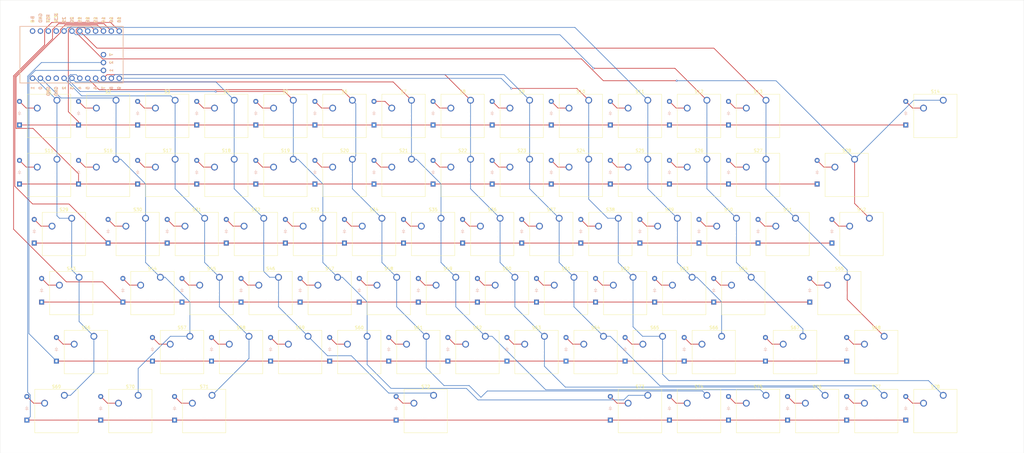
<source format=kicad_pcb>
(kicad_pcb (version 20241229) (generator "pcbnew") (generator_version "9.0")
  (layers (0 "F.Cu" signal) (2 "B.Cu" signal) (13 "F.Paste" user) (15 "B.Paste" user) (5 "F.SilkS" user "F.Silkscreen") (7 "B.SilkS" user "B.Silkscreen") (1 "F.Mask" user) (3 "B.Mask" user) (25 "Edge.Cuts" user))
  (net 0 "")
  (net 1 "Net-(D1-A)")
  (net 2 "Row 1")
  (net 3 "Net-(D2-A)")
  (net 4 "Net-(D3-A)")
  (net 5 "Net-(D4-A)")
  (net 6 "Net-(D5-A)")
  (net 7 "Net-(D6-A)")
  (net 8 "Net-(D7-A)")
  (net 9 "Net-(D8-A)")
  (net 10 "Net-(D9-A)")
  (net 11 "Net-(D10-A)")
  (net 12 "Net-(D11-A)")
  (net 13 "Net-(D12-A)")
  (net 14 "Net-(D13-A)")
  (net 15 "Net-(D14-A)")
  (net 16 "Row 2")
  (net 17 "Net-(D15-A)")
  (net 18 "Net-(D16-A)")
  (net 19 "Net-(D17-A)")
  (net 20 "Net-(D18-A)")
  (net 21 "Net-(D19-A)")
  (net 22 "Net-(D20-A)")
  (net 23 "Net-(D21-A)")
  (net 24 "Net-(D22-A)")
  (net 25 "Net-(D23-A)")
  (net 26 "Net-(D24-A)")
  (net 27 "Net-(D25-A)")
  (net 28 "Net-(D26-A)")
  (net 29 "Net-(D27-A)")
  (net 30 "Net-(D28-A)")
  (net 31 "Row 3")
  (net 32 "Net-(D29-A)")
  (net 33 "Net-(D30-A)")
  (net 34 "Net-(D31-A)")
  (net 35 "Net-(D32-A)")
  (net 36 "Net-(D33-A)")
  (net 37 "Net-(D34-A)")
  (net 38 "Net-(D35-A)")
  (net 39 "Net-(D36-A)")
  (net 40 "Net-(D37-A)")
  (net 41 "Net-(D38-A)")
  (net 42 "Net-(D39-A)")
  (net 43 "Net-(D40-A)")
  (net 44 "Net-(D41-A)")
  (net 45 "Row 4")
  (net 46 "Net-(D43-A)")
  (net 47 "Net-(D44-A)")
  (net 48 "Net-(D45-A)")
  (net 49 "Net-(D46-A)")
  (net 50 "Net-(D47-A)")
  (net 51 "Net-(D48-A)")
  (net 52 "Net-(D49-A)")
  (net 53 "Net-(D50-A)")
  (net 54 "Net-(D51-A)")
  (net 55 "Net-(D52-A)")
  (net 56 "Net-(D53-A)")
  (net 57 "Net-(D54-A)")
  (net 58 "Row 0")
  (net 59 "Net-(D55-A)")
  (net 60 "Net-(D56-A)")
  (net 61 "Net-(D75-A)")
  (net 62 "Net-(D57-A)")
  (net 63 "Net-(D76-A)")
  (net 64 "Net-(D58-A)")
  (net 65 "Net-(D59-A)")
  (net 66 "Net-(D77-A)")
  (net 67 "Net-(D60-A)")
  (net 68 "Net-(D78-A)")
  (net 69 "Net-(D61-A)")
  (net 70 "col 0")
  (net 71 "Net-(D62-A)")
  (net 72 "col 1")
  (net 73 "Net-(D63-A)")
  (net 74 "col 2")
  (net 75 "Net-(D64-A)")
  (net 76 "Net-(D65-A)")
  (net 77 "Net-(D66-A)")
  (net 78 "Net-(D67-A)")
  (net 79 "Net-(D68-A)")
  (net 80 "Net-(D69-A)")
  (net 81 "Net-(D70-A)")
  (net 82 "Net-(D71-A)")
  (net 83 "Net-(D72-A)")
  (net 84 "Net-(D73-A)")
  (net 85 "Net-(D74-A)")
  (net 86 "col 3")
  (net 87 "col 4")
  (net 88 "Row 5")
  (net 89 "col 5")
  (net 90 "col 6")
  (net 91 "col 7")
  (net 92 "col 8")
  (net 93 "col 9")
  (net 94 "col 10")
  (net 95 "col 11")
  (net 96 "col 12")
  (net 97 "col 13")
  (net 104 "GND")
  (net 105 "Net-(D42-A)")
  (footprint "Button_Switch_Keyboard:SW_Cherry_MX_1.00u_PCB" (layer "F.Cu") (at 264.235 146.42)
    (property "Reference" "S5")
    (property "Value" "Keyswitch")
  )
  (footprint "Button_Switch_Keyboard:SW_Cherry_MX_1.00u_PCB" (layer "F.Cu") (at 221.3725 203.57)
    (property "Reference" "S44")
    (property "Value" "Keyswitch")
  )
  (footprint "Button_Switch_Keyboard:SW_Cherry_MX_1.00u_PCB" (layer "F.Cu") (at 307.0975 222.62)
    (property "Reference" "S61")
    (property "Value" "Keyswitch")
  )
  (footprint "Button_Switch_Keyboard:SW_Cherry_MX_1.00u_PCB" (layer "F.Cu") (at 397.585 146.42)
    (property "Reference" "S12")
    (property "Value" "Keyswitch")
  )
  (footprint "Button_Switch_Keyboard:SW_Cherry_MX_1.00u_PCB" (layer "F.Cu") (at 226.135 146.42)
    (property "Reference" "S3")
    (property "Value" "Keyswitch")
  )
  (footprint "Button_Switch_Keyboard:SW_Cherry_MX_1.00u_PCB" (layer "F.Cu") (at 297.5725 203.57)
    (property "Reference" "S48")
    (property "Value" "Keyswitch")
  )
  (footprint "Button_Switch_Keyboard:SW_Cherry_MX_1.00u_PCB" (layer "F.Cu") (at 359.485 146.42)
    (property "Reference" "S10")
    (property "Value" "Keyswitch")
  )
  (footprint "Button_Switch_Keyboard:SW_Cherry_MX_1.00u_PCB" (layer "F.Cu") (at 449.9725 184.52)
    (property "Reference" "S42")
    (property "Value" "Keyswitch")
  )
  (footprint "Button_Switch_Keyboard:SW_Cherry_MX_1.00u_PCB" (layer "F.Cu") (at 473.785 241.67)
    (property "Reference" "S78")
    (property "Value" "Keyswitch")
  )
  (footprint "Button_Switch_Keyboard:SW_Cherry_MX_1.00u_PCB" (layer "F.Cu") (at 190.41625 241.67)
    (property "Reference" "S69")
    (property "Value" "Keyswitch")
  )
  (footprint "Button_Switch_Keyboard:SW_Cherry_MX_1.00u_PCB" (layer "F.Cu") (at 188.035 165.47)
    (property "Reference" "S15")
    (property "Value" "Keyswitch")
  )
  (footprint "Button_Switch_Keyboard:SW_Cherry_MX_1.00u_PCB" (layer "F.Cu") (at 302.335 146.42)
    (property "Reference" "S7")
    (property "Value" "Keyswitch")
  )
  (footprint "Button_Switch_Keyboard:SW_Cherry_MX_1.00u_PCB" (layer "F.Cu") (at 416.635 165.47)
    (property "Reference" "S27")
    (property "Value" "Keyswitch")
  )
  (footprint "Button_Switch_Keyboard:SW_Cherry_MX_1.00u_PCB" (layer "F.Cu") (at 445.21 165.47)
    (property "Reference" "S28")
    (property "Value" "Keyswitch")
  )
  (footprint "Button_Switch_Keyboard:SW_Cherry_MX_1.00u_PCB" (layer "F.Cu") (at 283.285 165.47)
    (property "Reference" "S20")
    (property "Value" "Keyswitch")
  )
  (footprint "Button_Switch_Keyboard:SW_Cherry_MX_1.00u_PCB" (layer "F.Cu") (at 416.635 146.42)
    (property "Reference" "S13")
    (property "Value" "Keyswitch")
  )
  (footprint "Button_Switch_Keyboard:SW_Cherry_MX_1.00u_PCB" (layer "F.Cu") (at 292.81 184.52)
    (property "Reference" "S34")
    (property "Value" "Keyswitch")
  )
  (footprint "Button_Switch_Keyboard:SW_Cherry_MX_1.00u_PCB" (layer "F.Cu") (at 273.76 184.52)
    (property "Reference" "S33")
    (property "Value" "Keyswitch")
  )
  (footprint "Button_Switch_Keyboard:SW_Cherry_MX_1.00u_PCB" (layer "F.Cu") (at 214.22875 241.67)
    (property "Reference" "S70")
    (property "Value" "Keyswitch")
  )
  (footprint "Button_Switch_Keyboard:SW_Cherry_MX_1.00u_PCB" (layer "F.Cu") (at 426.16 184.52)
    (property "Reference" "S41")
    (property "Value" "Keyswitch")
  )
  (footprint "Button_Switch_Keyboard:SW_Cherry_MX_1.00u_PCB" (layer "F.Cu") (at 402.3475 222.62)
    (property "Reference" "S66")
    (property "Value" "Keyswitch")
  )
  (footprint "Button_Switch_Keyboard:SW_Cherry_MX_1.00u_PCB" (layer "F.Cu") (at 264.235 165.47)
    (property "Reference" "S19")
    (property "Value" "Keyswitch")
  )
  (footprint "Button_Switch_Keyboard:SW_Cherry_MX_1.00u_PCB" (layer "F.Cu") (at 226.135 165.47)
    (property "Reference" "S17")
    (property "Value" "Keyswitch")
  )
  (footprint "Button_Switch_Keyboard:SW_Cherry_MX_1.00u_PCB" (layer "F.Cu") (at 302.335 165.47)
    (property "Reference" "S21")
    (property "Value" "Keyswitch")
  )
  (footprint "Button_Switch_Keyboard:SW_Cherry_MX_1.00u_PCB" (layer "F.Cu") (at 216.61 184.52)
    (property "Reference" "S30")
    (property "Value" "Keyswitch")
  )
  (footprint "Button_Switch_Keyboard:SW_Cherry_MX_1.00u_PCB" (layer "F.Cu") (at 311.86 184.52)
    (property "Reference" "S35")
    (property "Value" "Keyswitch")
  )
  (footprint "Button_Switch_Keyboard:SW_Cherry_MX_1.00u_PCB" (layer "F.Cu") (at 428.54125 222.62)
    (property "Reference" "S67")
    (property "Value" "Keyswitch")
  )
  (footprint "Button_Switch_Keyboard:SW_Cherry_MX_1.00u_PCB" (layer "F.Cu") (at 283.285 146.42)
    (property "Reference" "S6")
    (property "Value" "Keyswitch")
  )
  (footprint "Button_Switch_Keyboard:SW_Cherry_MX_1.00u_PCB" (layer "F.Cu") (at 340.435 165.47)
    (property "Reference" "S23")
    (property "Value" "Keyswitch")
  )
  (footprint "Button_Switch_Keyboard:SW_Cherry_MX_1.00u_PCB" (layer "F.Cu") (at 416.635 241.67)
    (property "Reference" "S75")
    (property "Value" "Keyswitch")
  )
  (footprint "Button_Switch_Keyboard:SW_Cherry_MX_1.00u_PCB" (layer "F.Cu") (at 373.7725 203.57)
    (property "Reference" "S52")
    (property "Value" "Keyswitch")
  )
  (footprint "Button_Switch_Keyboard:SW_Cherry_MX_1.00u_PCB" (layer "F.Cu") (at 345.1975 222.62)
    (property "Reference" "S63")
    (property "Value" "Keyswitch")
  )
  (footprint "Button_Switch_Keyboard:SW_Cherry_MX_1.00u_PCB" (layer "F.Cu") (at 288.0475 222.62)
    (property "Reference" "S60")
    (property "Value" "Keyswitch")
  )
  (footprint "Button_Switch_Keyboard:SW_Cherry_MX_1.00u_PCB" (layer "F.Cu") (at 397.585 241.67)
    (property "Reference" "S74")
    (property "Value" "Keyswitch")
  )
  (footprint "Button_Switch_Keyboard:SW_Cherry_MX_1.00u_PCB" (layer "F.Cu") (at 278.5225 203.57)
    (property "Reference" "S47")
    (property "Value" "Keyswitch")
  )
  (footprint "Button_Switch_Keyboard:SW_Cherry_MX_1.00u_PCB" (layer "F.Cu") (at 407.11 184.52)
    (property "Reference" "S40")
    (property "Value" "Keyswitch")
  )
  (footprint "Button_Switch_Keyboard:SW_Cherry_MX_1.00u_PCB" (layer "F.Cu") (at 326.1475 222.62)
    (property "Reference" "S62")
    (property "Value" "Keyswitch")
  )
  (footprint "Button_Switch_Keyboard:SW_Cherry_MX_1.00u_PCB" (layer "F.Cu") (at 378.535 165.47)
    (property "Reference" "S25")
    (property "Value" "Keyswitch")
  )
  (footprint "Button_Switch_Keyboard:SW_Cherry_MX_1.00u_PCB" (layer "F.Cu") (at 249.9475 222.62)
    (property "Reference" "S58")
    (property "Value" "Keyswitch")
  )
  (footprint "Button_Switch_Keyboard:SW_Cherry_MX_1.00u_PCB" (layer "F.Cu") (at 473.785 146.42)
    (property "Reference" "S14")
    (property "Value" "Keyswitch")
  )
  (footprint "Button_Switch_Keyboard:SW_Cherry_MX_1.00u_PCB" (layer "F.Cu") (at 454.735 222.62)
    (property "Reference" "S68")
    (property "Value" "Keyswitch")
  )
  (footprint "Button_Switch_Keyboard:SW_Cherry_MX_1.00u_PCB" (layer "F.Cu") (at 207.085 146.42)
    (property "Reference" "S2")
    (property "Value" "Keyswitch")
  )
  (footprint "Button_Switch_Keyboard:SW_Cherry_MX_1.00u_PCB" (layer "F.Cu") (at 188.035 146.42)
    (property "Reference" "S1")
    (property "Value" "Keyswitch")
  )
  (footprint "Button_Switch_Keyboard:SW_Cherry_MX_1.00u_PCB" (layer "F.Cu") (at 392.8225 203.57)
    (property "Reference" "S53")
    (property "Value" "Keyswitch")
  )
  (footprint "Button_Switch_Keyboard:SW_Cherry_MX_1.00u_PCB" (layer "F.Cu") (at 364.2475 222.62)
    (property "Reference" "S64")
    (property "Value" "Keyswitch")
  )
  (footprint "Button_Switch_Keyboard:SW_Cherry_MX_1.00u_PCB" (layer "F.Cu") (at 454.735 241.67)
    (property "Reference" "S77")
    (property "Value" "Keyswitch")
  )
  (footprint "Button_Switch_Keyboard:SW_Cherry_MX_1.00u_PCB" (layer "F.Cu") (at 235.66 184.52)
    (property "Reference" "S31")
    (property "Value" "Keyswitch")
  )
  (footprint "Button_Switch_Keyboard:SW_Cherry_MX_1.00u_PCB" (layer "F.Cu") (at 321.385 165.47)
    (property "Reference" "S22")
    (property "Value" "Keyswitch")
  )
  (footprint "Button_Switch_Keyboard:SW_Cherry_MX_1.00u_PCB" (layer "F.Cu") (at 245.185 165.47)
    (property "Reference" "S18")
    (property "Value" "Keyswitch")
  )
  (footprint "Button_Switch_Keyboard:SW_Cherry_MX_1.00u_PCB" (layer "F.Cu") (at 359.485 165.47)
    (property "Reference" "S24")
    (property "Value" "Keyswitch")
  )
  (footprint "Button_Switch_Keyboard:SW_Cherry_MX_1.00u_PCB" (layer "F.Cu") (at 238.04125 241.67)
    (property "Reference" "S71")
    (property "Value" "Keyswitch")
  )
  (footprint "Button_Switch_Keyboard:SW_Cherry_MX_1.00u_PCB" (layer "F.Cu") (at 383.2975 222.62)
    (property "Reference" "S65")
    (property "Value" "Keyswitch")
  )
  (footprint "Button_Switch_Keyboard:SW_Cherry_MX_1.00u_PCB" (layer "F.Cu") (at 254.71 184.52)
    (property "Reference" "S32")
    (property "Value" "Keyswitch")
  )
  (footprint "Button_Switch_Keyboard:SW_Cherry_MX_1.00u_PCB" (layer "F.Cu") (at 245.185 146.42)
    (property "Reference" "S4")
    (property "Value" "Keyswitch")
  )
  (footprint "Button_Switch_Keyboard:SW_Cherry_MX_1.00u_PCB" (layer "F.Cu") (at 199.94125 222.62)
    (property "Reference" "S56")
    (property "Value" "Keyswitch")
  )
  (footprint "Button_Switch_Keyboard:SW_Cherry_MX_1.00u_PCB" (layer "F.Cu") (at 411.8725 203.57)
    (property "Reference" "S54")
    (property "Value" "Keyswitch")
  )
  (footprint "Button_Switch_Keyboard:SW_Cherry_MX_1.00u_PCB" (layer "F.Cu") (at 309.47875 241.67)
    (property "Reference" "S72")
    (property "Value" "Keyswitch")
  )
  (footprint "Button_Switch_Keyboard:SW_Cherry_MX_1.00u_PCB" (layer "F.Cu") (at 321.385 146.42)
    (property "Reference" "S8")
    (property "Value" "Keyswitch")
  )
  (footprint "Button_Switch_Keyboard:SW_Cherry_MX_1.00u_PCB" (layer "F.Cu") (at 378.535 146.42)
    (property "Reference" "S11")
    (property "Value" "Keyswitch")
  )
  (footprint "Button_Switch_Keyboard:SW_Cherry_MX_1.00u_PCB" (layer "F.Cu") (at 340.435 146.42)
    (property "Reference" "S9")
    (property "Value" "Keyswitch")
  )
  (footprint "Button_Switch_Keyboard:SW_Cherry_MX_1.00u_PCB" (layer "F.Cu") (at 378.535 241.67)
    (property "Reference" "S73")
    (property "Value" "Keyswitch")
  )
  (footprint "Button_Switch_Keyboard:SW_Cherry_MX_1.00u_PCB" (layer "F.Cu") (at 259.4725 203.57)
    (property "Reference" "S46")
    (property "Value" "Keyswitch")
  )
  (footprint "Button_Switch_Keyboard:SW_Cherry_MX_1.00u_PCB" (layer "F.Cu") (at 354.7225 203.57)
    (property "Reference" "S51")
    (property "Value" "Keyswitch")
  )
  (footprint "Button_Switch_Keyboard:SW_Cherry_MX_1.00u_PCB" (layer "F.Cu") (at 349.96 184.52)
    (property "Reference" "S37")
    (property "Value" "Keyswitch")
  )
  (footprint "Button_Switch_Keyboard:SW_Cherry_MX_1.00u_PCB" (layer "F.Cu") (at 435.685 241.67)
    (property "Reference" "S76")
    (property "Value" "Keyswitch")
  )
  (footprint "Button_Switch_Keyboard:SW_Cherry_MX_1.00u_PCB" (layer "F.Cu") (at 397.585 165.47)
    (property "Reference" "S26")
    (property "Value" "Keyswitch")
  )
  (footprint "Button_Switch_Keyboard:SW_Cherry_MX_1.00u_PCB" (layer "F.Cu") (at 316.6225 203.57)
    (property "Reference" "S49")
    (property "Value" "Keyswitch")
  )
  (footprint "Button_Switch_Keyboard:SW_Cherry_MX_1.00u_PCB" (layer "F.Cu") (at 388.06 184.52)
    (property "Reference" "S39")
    (property "Value" "Keyswitch")
  )
  (footprint "Button_Switch_Keyboard:SW_Cherry_MX_1.00u_PCB" (layer "F.Cu") (at 369.01 184.52)
    (property "Reference" "S38")
    (property "Value" "Keyswitch")
  )
  (footprint "Button_Switch_Keyboard:SW_Cherry_MX_1.00u_PCB" (layer "F.Cu") (at 335.6725 203.57)
    (property "Reference" "S50")
    (property "Value" "Keyswitch")
  )
  (footprint "Button_Switch_Keyboard:SW_Cherry_MX_1.00u_PCB" (layer "F.Cu") (at 442.82875 203.57)
    (property "Reference" "S55")
    (property "Value" "Keyswitch")
  )
  (footprint "Button_Switch_Keyboard:SW_Cherry_MX_1.00u_PCB" (layer "F.Cu") (at 240.4225 203.57)
    (property "Reference" "S45")
    (property "Value" "Keyswitch")
  )
  (footprint "Button_Switch_Keyboard:SW_Cherry_MX_1.00u_PCB" (layer "F.Cu") (at 268.9975 222.62)
    (property "Reference" "S59")
    (property "Value" "Keyswitch")
  )
  (footprint "Button_Switch_Keyboard:SW_Cherry_MX_1.00u_PCB" (layer "F.Cu") (at 192.7975 184.52)
    (property "Reference" "S29")
    (property "Value" "Keyswitch")
  )
  (footprint "Button_Switch_Keyboard:SW_Cherry_MX_1.00u_PCB" (layer "F.Cu") (at 207.085 165.47)
    (property "Reference" "S16")
    (property "Value" "Keyswitch")
  )
  (footprint "ScottoKeebs_MCU:Nice_Nano_V2" (layer "F.Cu") (at 193.865 131.72 90)
    (property "Reference" "U2" (hide yes))
    (property "Value" "Nice_Nano_V2" (hide yes))
  )
  (footprint "Button_Switch_Keyboard:SW_Cherry_MX_1.00u_PCB" (layer "F.Cu") (at 230.8975 222.62)
    (property "Reference" "S57")
    (property "Value" "Keyswitch")
  )
  (footprint "Button_Switch_Keyboard:SW_Cherry_MX_1.00u_PCB" (layer "F.Cu") (at 195.17875 203.57)
    (property "Reference" "S43")
    (property "Value" "Keyswitch")
  )
  (footprint "Button_Switch_Keyboard:SW_Cherry_MX_1.00u_PCB" (layer "F.Cu") (at 330.91 184.52)
    (property "Reference" "S36")
    (property "Value" "Keyswitch")
  )
  (footprint "ScottoKeebs_Components:Diode_DO-35" (layer "B.Cu") (at 442.655 249.67 90)
    (property "Reference" "D77" (hide yes))
    (property "Value" "Diode" (hide yes))
  )
  (footprint "ScottoKeebs_Components:Diode_DO-35" (layer "B.Cu") (at 175.955 173.47 90)
    (property "Reference" "D15" (hide yes))
    (property "Value" "Diode" (hide yes))
  )
  (footprint "ScottoKeebs_Components:Diode_DO-35" (layer "B.Cu") (at 371.2175 230.62 90)
    (property "Reference" "D65" (hide yes))
    (property "Value" "Diode" (hide yes))
  )
  (footprint "ScottoKeebs_Components:Diode_DO-35" (layer "B.Cu") (at 461.705 249.67 90)
    (property "Reference" "D78" (hide yes))
    (property "Value" "Diode" (hide yes))
  )
  (footprint "ScottoKeebs_Components:Diode_DO-35" (layer "B.Cu") (at 399.7925 211.57 90)
    (property "Reference" "D54" (hide yes))
    (property "Value" "Diode" (hide yes))
  )
  (footprint "ScottoKeebs_Components:Diode_DO-35" (layer "B.Cu") (at 416.46125 230.62 90)
    (property "Reference" "D67" (hide yes))
    (property "Value" "Diode" (hide yes))
  )
  (footprint "ScottoKeebs_Components:Diode_DO-35" (layer "B.Cu") (at 180.7175 192.52 90)
    (property "Reference" "D29" (hide yes))
    (property "Value" "Diode" (hide yes))
  )
  (footprint "ScottoKeebs_Components:Diode_DO-35" (layer "B.Cu") (at 352.1675 230.62 90)
    (property "Reference" "D64" (hide yes))
    (property "Value" "Diode" (hide yes))
  )
  (footprint "ScottoKeebs_Components:Diode_DO-35" (layer "B.Cu") (at 404.555 249.67 90)
    (property "Reference" "D75" (hide yes))
    (property "Value" "Diode" (hide yes))
  )
  (footprint "ScottoKeebs_Components:Diode_DO-35" (layer "B.Cu") (at 175.955 154.42 90)
    (property "Reference" "D1" (hide yes))
    (property "Value" "Diode" (hide yes))
  )
  (footprint "ScottoKeebs_Components:Diode_DO-35" (layer "B.Cu") (at 318.83 192.52 90)
    (property "Reference" "D36" (hide yes))
    (property "Value" "Diode" (hide yes))
  )
  (footprint "ScottoKeebs_Components:Diode_DO-35" (layer "B.Cu") (at 404.555 173.47 90)
    (property "Reference" "D27" (hide yes))
    (property "Value" "Diode" (hide yes))
  )
  (footprint "ScottoKeebs_Components:Diode_DO-35" (layer "B.Cu") (at 223.58 192.52 90)
    (property "Reference" "D31" (hide yes))
    (property "Value" "Diode" (hide yes))
  )
  (footprint "ScottoKeebs_Components:Diode_DO-35" (layer "B.Cu") (at 304.5425 211.57 90)
    (property "Reference" "D49" (hide yes))
    (property "Value" "Diode" (hide yes))
  )
  (footprint "ScottoKeebs_Components:Diode_DO-35" (layer "B.Cu") (at 433.13 173.47 90)
    (property "Reference" "D28" (hide yes))
    (property "Value" "Diode" (hide yes))
  )
  (footprint "ScottoKeebs_Components:Diode_DO-35" (layer "B.Cu") (at 285.4925 211.57 90)
    (property "Reference" "D48" (hide yes))
    (property "Value" "Diode" (hide yes))
  )
  (footprint "ScottoKeebs_Components:Diode_DO-35" (layer "B.Cu") (at 195.005 154.42 90)
    (property "Reference" "D2" (hide yes))
    (property "Value" "Diode" (hide yes))
  )
  (footprint "ScottoKeebs_Components:Diode_DO-35" (layer "B.Cu") (at 271.205 154.42 90)
    (property "Reference" "D6" (hide yes))
    (property "Value" "Diode" (hide yes))
  )
  (footprint "ScottoKeebs_Components:Diode_DO-35" (layer "B.Cu") (at 309.305 154.42 90)
    (property "Reference" "D8" (hide yes))
    (property "Value" "Diode" (hide yes))
  )
  (footprint "ScottoKeebs_Components:Diode_DO-35" (layer "B.Cu") (at 380.7425 211.57 90)
    (property "Reference" "D53" (hide yes))
    (property "Value" "Diode" (hide yes))
  )
  (footprint "ScottoKeebs_Components:Diode_DO-35" (layer "B.Cu") (at 366.455 173.47 90)
    (property "Reference" "D25" (hide yes))
    (property "Value" "Diode" (hide yes))
  )
  (footprint "ScottoKeebs_Components:Diode_DO-35" (layer "B.Cu") (at 395.03 192.52 90)
    (property "Reference" "D40" (hide yes))
    (property "Value" "Diode" (hide yes))
  )
  (footprint "ScottoKeebs_Components:Diode_DO-35" (layer "B.Cu") (at 233.105 154.42 90)
    (property "Reference" "D4" (hide yes))
    (property "Value" "Diode" (hide yes))
  )
  (footprint "ScottoKeebs_Components:Diode_DO-35" (layer "B.Cu") (at 202.14875 249.67 90)
    (property "Reference" "D70" (hide yes))
    (property "Value" "Diode" (hide yes))
  )
  (footprint "ScottoKeebs_Components:Diode_DO-35" (layer "B.Cu") (at 237.8675 230.62 90)
    (property "Reference" "D58" (hide yes))
    (property "Value" "Diode" (hide yes))
  )
  (footprint "ScottoKeebs_Components:Diode_DO-35" (layer "B.Cu") (at 242.63 192.52 90)
    (property "Reference" "D32" (hide yes))
    (property "Value" "Diode" (hide yes))
  )
  (footprint "ScottoKeebs_Components:Diode_DO-35" (layer "B.Cu") (at 328.355 173.47 90)
    (property "Reference" "D23" (hide yes))
    (property "Value" "Diode" (hide yes))
  )
  (footprint "ScottoKeebs_Components:Diode_DO-35" (layer "B.Cu") (at 430.74875 211.57 90)
    (property "Reference" "D55" (hide yes))
    (property "Value" "Diode" (hide yes))
  )
  (footprint "ScottoKeebs_Components:Diode_DO-35" (layer "B.Cu") (at 461.705 154.42 90)
    (property "Reference" "D14" (hide yes))
    (property "Value" "Diode" (hide yes))
  )
  (footprint "ScottoKeebs_Components:Diode_DO-35" (layer "B.Cu") (at 385.505 249.67 90)
    (property "Reference" "D74" (hide yes))
    (property "Value" "Diode" (hide yes))
  )
  (footprint "ScottoKeebs_Components:Diode_DO-35" (layer "B.Cu") (at 423.605 249.67 90)
    (property "Reference" "D76" (hide yes))
    (property "Value" "Diode" (hide yes))
  )
  (footprint "ScottoKeebs_Components:Diode_DO-35" (layer "B.Cu") (at 290.255 154.42 90)
    (property "Reference" "D7" (hide yes))
    (property "Value" "Diode" (hide yes))
  )
  (footprint "ScottoKeebs_Components:Diode_DO-35" (layer "B.Cu") (at 178.33625 249.67 90)
    (property "Reference" "D69" (hide yes))
    (property "Value" "Diode" (hide yes))
  )
  (footprint "ScottoKeebs_Components:Diode_DO-35" (layer "B.Cu") (at 361.6925 211.57 90)
    (property "Reference" "D52" (hide yes))
    (property "Value" "Diode" (hide yes))
  )
  (footprint "ScottoKeebs_Components:Diode_DO-35" (layer "B.Cu") (at 347.405 173.47 90)
    (property "Reference" "D24" (hide yes))
    (property "Value" "Diode" (hide yes))
  )
  (footprint "ScottoKeebs_Components:Diode_DO-35" (layer "B.Cu") (at 252.155 154.42 90)
    (property "Reference" "D5" (hide yes))
    (property "Value" "Diode" (hide yes))
  )
  (footprint "ScottoKeebs_Components:Diode_DO-35" (layer "B.Cu") (at 442.655 230.62 90)
    (property "Reference" "D68" (hide yes))
    (property "Value" "Diode" (hide yes))
  )
  (footprint "ScottoKeebs_Components:Diode_DO-35" (layer "B.Cu") (at 437.8925 192.52 90)
    (property "Reference" "D42" (hide yes))
    (property "Value" "Diode" (hide yes))
  )
  (footprint "ScottoKeebs_Components:Diode_DO-35" (layer "B.Cu") (at 414.08 192.52 90)
    (property "Reference" "D41" (hide yes))
    (property "Value" "Diode" (hide yes))
  )
  (footprint "ScottoKeebs_Components:Diode_DO-35" (layer "B.Cu") (at 225.96125 249.67 90)
    (property "Reference" "D71" (hide yes))
    (property "Value" "Diode" (hide yes))
  )
  (footprint "ScottoKeebs_Components:Diode_DO-35" (layer "B.Cu") (at 187.86125 230.62 90)
    (property "Reference" "D56" (hide yes))
    (property "Value" "Diode" (hide yes))
  )
  (footprint "ScottoKeebs_Components:Diode_DO-35" (layer "B.Cu") (at 385.505 173.47 90)
    (property "Reference" "D26" (hide yes))
    (property "Value" "Diode" (hide yes))
  )
  (footprint "ScottoKeebs_Components:Diode_DO-35" (layer "B.Cu") (at 218.8175 230.62 90)
    (property "Reference" "D57" (hide yes))
    (property "Value" "Diode" (hide yes))
  )
  (footprint "ScottoKeebs_Components:Diode_DO-35" (layer "B.Cu") (at 261.68 192.52 90)
    (property "Reference" "D33" (hide yes))
    (property "Value" "Diode" (hide yes))
  )
  (footprint "ScottoKeebs_Components:Diode_DO-35" (layer "B.Cu") (at 366.455 154.42 90)
    (property "Reference" "D11" (hide yes))
    (property "Value" "Diode" (hide yes))
  )
  (footprint "ScottoKeebs_Components:Diode_DO-35" (layer "B.Cu") (at 385.505 154.42 90)
    (property "Reference" "D12" (hide yes))
    (property "Value" "Diode" (hide yes))
  )
  (footprint "ScottoKeebs_Components:Diode_DO-35" (layer "B.Cu") (at 252.155 173.47 90)
    (property "Reference" "D19" (hide yes))
    (property "Value" "Diode" (hide yes))
  )
  (footprint "ScottoKeebs_Components:Diode_DO-35" (layer "B.Cu") (at 323.5925 211.57 90)
    (property "Reference" "D50" (hide yes))
    (property "Value" "Diode" (hide yes))
  )
  (footprint "ScottoKeebs_Components:Diode_DO-35" (layer "B.Cu") (at 342.6425 211.57 90)
    (property "Reference" "D51" (hide yes))
    (property "Value" "Diode" (hide yes))
  )
  (footprint "ScottoKeebs_Components:Diode_DO-35" (layer "B.Cu") (at 337.88 192.52 90)
    (property "Reference" "D37" (hide yes))
    (property "Value" "Diode" (hide yes))
  )
  (footprint "ScottoKeebs_Components:Diode_DO-35" (layer "B.Cu") (at 309.305 173.47 90)
    (property "Reference" "D22" (hide yes))
    (property "Value" "Diode" (hide yes))
  )
  (footprint "ScottoKeebs_Components:Diode_DO-35" (layer "B.Cu") (at 233.105 173.47 90)
    (property "Reference" "D18" (hide yes))
    (property "Value" "Diode" (hide yes))
  )
  (footprint "ScottoKeebs_Components:Diode_DO-35" (layer "B.Cu") (at 228.3425 211.57 90)
    (property "Reference" "D45" (hide yes))
    (property "Value" "Diode" (hide yes))
  )
  (footprint "ScottoKeebs_Components:Diode_DO-35" (layer "B.Cu") (at 204.53 192.52 90)
    (property "Reference" "D30" (hide yes))
    (property "Value" "Diode" (hide yes))
  )
  (footprint "ScottoKeebs_Components:Diode_DO-35" (layer "B.Cu") (at 290.255 173.47 90)
    (property "Reference" "D21" (hide yes))
    (property "Value" "Diode" (hide yes))
  )
  (footprint "ScottoKeebs_Components:Diode_DO-35" (layer "B.Cu") (at 375.98 192.52 90)
    (property "Reference" "D39" (hide yes))
    (property "Value" "Diode" (hide yes))
  )
  (footprint "ScottoKeebs_Components:Diode_DO-35" (layer "B.Cu") (at 356.93 192.52 90)
    (property "Reference" "D38" (hide yes))
    (property "Value" "Diode" (hide yes))
  )
  (footprint "ScottoKeebs_Components:Diode_DO-35" (layer "B.Cu") (at 297.39875 249.67 90)
    (property "Reference" "D72" (hide yes))
    (property "Value" "Diode" (hide yes))
  )
  (footprint "ScottoKeebs_Components:Diode_DO-35" (layer "B.Cu") (at 214.055 173.47 90)
    (property "Reference" "D17" (hide yes))
    (property "Value" "Diode" (hide yes))
  )
  (footprint "ScottoKeebs_Components:Diode_DO-35" (layer "B.Cu") (at 183.09875 211.57 90)
    (property "Reference" "D43" (hide yes))
    (property "Value" "Diode" (hide yes))
  )
  (footprint "ScottoKeebs_Components:Diode_DO-35" (layer "B.Cu") (at 295.0175 230.62 90)
    (property "Reference" "D61" (hide yes))
    (property "Value" "Diode" (hide yes))
  )
  (footprint "ScottoKeebs_Components:Diode_DO-35" (layer "B.Cu") (at 275.9675 230.62 90)
    (property "Reference" "D60" (hide yes))
    (property "Value" "Diode" (hide yes))
  )
  (footprint "ScottoKeebs_Components:Diode_DO-35" (layer "B.Cu") (at 314.0675 230.62 90)
    (property "Reference" "D62" (hide yes))
    (property "Value" "Diode" (hide yes))
  )
  (footprint "ScottoKeebs_Components:Diode_DO-35" (layer "B.Cu") (at 280.73 192.52 90)
    (property "Reference" "D34" (hide yes))
    (property "Value" "Diode" (hide yes))
  )
  (footprint "ScottoKeebs_Components:Diode_DO-35" (layer "B.Cu") (at 266.4425 211.57 90)
    (property "Reference" "D47" (hide yes))
    (property "Value" "Diode" (hide yes))
  )
  (footprint "ScottoKeebs_Components:Diode_DO-35" (layer "B.Cu") (at 214.055 154.42 90)
    (property "Reference" "D3" (hide yes))
    (property "Value" "Diode" (hide yes))
  )
  (footprint "ScottoKeebs_Components:Diode_DO-35" (layer "B.Cu") (at 390.2675 230.62 90)
    (property "Reference" "D66" (hide yes))
    (property "Value" "Diode" (hide yes))
  )
  (footprint "ScottoKeebs_Components:Diode_DO-35" (layer "B.Cu") (at 333.1175 230.62 90)
    (property "Reference" "D63" (hide yes))
    (property "Value" "Diode" (hide yes))
  )
  (footprint "ScottoKeebs_Components:Diode_DO-35" (layer "B.Cu") (at 299.78 192.52 90)
    (property "Reference" "D35" (hide yes))
    (property "Value" "Diode" (hide yes))
  )
  (footprint "ScottoKeebs_Components:Diode_DO-35" (layer "B.Cu") (at 271.205 173.47 90)
    (property "Reference" "D20" (hide yes))
    (property "Value" "Diode" (hide yes))
  )
  (footprint "ScottoKeebs_Components:Diode_DO-35" (layer "B.Cu") (at 195.005 173.47 90)
    (property "Reference" "D16" (hide yes))
    (property "Value" "Diode" (hide yes))
  )
  (footprint "ScottoKeebs_Components:Diode_DO-35" (layer "B.Cu") (at 209.2925 211.57 90)
    (property "Reference" "D44" (hide yes))
    (property "Value" "Diode" (hide yes))
  )
  (footprint "ScottoKeebs_Components:Diode_DO-35" (layer "B.Cu") (at 404.555 154.42 90)
    (property "Reference" "D13" (hide yes))
    (property "Value" "Diode" (hide yes))
  )
  (footprint "ScottoKeebs_Components:Diode_DO-35" (layer "B.Cu") (at 347.405 154.42 90)
    (property "Reference" "D10" (hide yes))
    (property "Value" "Diode" (hide yes))
  )
  (footprint "ScottoKeebs_Components:Diode_DO-35" (layer "B.Cu") (at 328.355 154.42 90)
    (property "Reference" "D9" (hide yes))
    (property "Value" "Diode" (hide yes))
  )
  (footprint "ScottoKeebs_Components:Diode_DO-35" (layer "B.Cu") (at 256.9175 230.62 90)
    (property "Reference" "D59" (hide yes))
    (property "Value" "Diode" (hide yes))
  )
  (footprint "ScottoKeebs_Components:Diode_DO-35" (layer "B.Cu") (at 366.455 249.67 90)
    (property "Reference" "D73" (hide yes))
    (property "Value" "Diode" (hide yes))
  )
  (footprint "ScottoKeebs_Components:Diode_DO-35" (layer "B.Cu") (at 247.3925 211.57 90)
    (property "Reference" "D46" (hide yes))
    (property "Value" "Diode" (hide yes))
  )
  (gr_rect (start 169.7 114.1) (end 499.8 260.3) (stroke (width 0.05)) (fill no) (layer "Edge.Cuts"))
  (segment (start 178.115 148.96) (end 175.955 146.8) (width 0.2) (layer "F.Cu") (net 1))
  (segment (start 181.685 148.96) (end 178.115 148.96) (width 0.2) (layer "F.Cu") (net 1))
  (segment (start 195.005 170.19) (end 195.005 173.47) (width 0.2) (layer "F.Cu") (net 2))
  (segment (start 328.355 173.47) (end 347.405 173.47) (width 0.2) (layer "F.Cu") (net 2))
  (segment (start 175.955 173.47) (end 195.005 173.47) (width 0.2) (layer "F.Cu") (net 2))
  (segment (start 189.1577 123.612346) (end 189.1577 124.587654) (width 0.2) (layer "F.Cu") (net 2))
  (segment (start 214.055 173.47) (end 233.105 173.47) (width 0.2) (layer "F.Cu") (net 2))
  (segment (start 195.005 173.47) (end 214.055 173.47) (width 0.2) (layer "F.Cu") (net 2))
  (segment (start 252.155 173.47) (end 271.205 173.47) (width 0.2) (layer "F.Cu") (net 2))
  (segment (start 404.555 173.47) (end 433.13 173.47) (width 0.2) (layer "F.Cu") (net 2))
  (segment (start 189.1577 124.587654) (end 174.854 138.891354) (width 0.2) (layer "F.Cu") (net 2))
  (segment (start 174.854 138.891354) (end 174.854 155.521) (width 0.2) (layer "F.Cu") (net 2))
  (segment (start 290.255 173.47) (end 309.305 173.47) (width 0.2) (layer "F.Cu") (net 2))
  (segment (start 233.105 173.47) (end 252.155 173.47) (width 0.2) (layer "F.Cu") (net 2))
  (segment (start 190.649346 122.1207) (end 189.1577 123.612346) (width 0.2) (layer "F.Cu") (net 2))
  (segment (start 180.336 155.521) (end 195.005 170.19) (width 0.2) (layer "F.Cu") (net 2))
  (segment (start 174.854 155.521) (end 180.336 155.521) (width 0.2) (layer "F.Cu") (net 2))
  (segment (start 347.405 173.47) (end 366.455 173.47) (width 0.2) (layer "F.Cu") (net 2))
  (segment (start 271.205 173.47) (end 290.255 173.47) (width 0.2) (layer "F.Cu") (net 2))
  (segment (start 201.0557 122.1207) (end 190.649346 122.1207) (width 0.2) (layer "F.Cu") (net 2))
  (segment (start 309.305 173.47) (end 328.355 173.47) (width 0.2) (layer "F.Cu") (net 2))
  (segment (start 203.035 124.1) (end 201.0557 122.1207) (width 0.2) (layer "F.Cu") (net 2))
  (segment (start 385.505 173.47) (end 404.555 173.47) (width 0.2) (layer "F.Cu") (net 2))
  (segment (start 366.455 173.47) (end 385.505 173.47) (width 0.2) (layer "F.Cu") (net 2))
  (segment (start 197.165 148.96) (end 195.005 146.8) (width 0.2) (layer "F.Cu") (net 3))
  (segment (start 200.735 148.96) (end 197.165 148.96) (width 0.2) (layer "F.Cu") (net 3))
  (segment (start 216.215 148.96) (end 214.055 146.8) (width 0.2) (layer "F.Cu") (net 4))
  (segment (start 219.785 148.96) (end 216.215 148.96) (width 0.2) (layer "F.Cu") (net 4))
  (segment (start 235.265 148.96) (end 233.105 146.8) (width 0.2) (layer "F.Cu") (net 5))
  (segment (start 238.835 148.96) (end 235.265 148.96) (width 0.2) (layer "F.Cu") (net 5))
  (segment (start 257.885 148.96) (end 254.315 148.96) (width 0.2) (layer "F.Cu") (net 6))
  (segment (start 254.315 148.96) (end 252.155 146.8) (width 0.2) (layer "F.Cu") (net 6))
  (segment (start 273.365 148.96) (end 271.205 146.8) (width 0.2) (layer "F.Cu") (net 7))
  (segment (start 276.935 148.96) (end 273.365 148.96) (width 0.2) (layer "F.Cu") (net 7))
  (segment (start 295.985 148.96) (end 293.825 146.8) (width 0.2) (layer "F.Cu") (net 8))
  (segment (start 293.825 146.8) (end 290.255 146.8) (width 0.2) (layer "F.Cu") (net 8))
  (segment (start 315.035 148.96) (end 311.465 148.96) (width 0.2) (layer "F.Cu") (net 9))
  (segment (start 311.465 148.96) (end 309.305 146.8) (width 0.2) (layer "F.Cu") (net 9))
  (segment (start 330.515 148.96) (end 328.355 146.8) (width 0.2) (layer "F.Cu") (net 10))
  (segment (start 334.085 148.96) (end 330.515 148.96) (width 0.2) (layer "F.Cu") (net 10))
  (segment (start 353.135 148.96) (end 349.565 148.96) (width 0.2) (layer "F.Cu") (net 11))
  (segment (start 349.565 148.96) (end 347.405 146.8) (width 0.2) (layer "F.Cu") (net 11))
  (segment (start 368.615 148.96) (end 366.455 146.8) (width 0.2) (layer "F.Cu") (net 12))
  (segment (start 372.185 148.96) (end 368.615 148.96) (width 0.2) (layer "F.Cu") (net 12))
  (segment (start 391.235 148.96) (end 387.665 148.96) (width 0.2) (layer "F.Cu") (net 13))
  (segment (start 387.665 148.96) (end 385.505 146.8) (width 0.2) (layer "F.Cu") (net 13))
  (segment (start 410.285 148.96) (end 406.715 148.96) (width 0.2) (layer "F.Cu") (net 14))
  (segment (start 406.715 148.96) (end 404.555 146.8) (width 0.2) (layer "F.Cu") (net 14))
  (segment (start 467.435 148.96) (end 463.865 148.96) (width 0.2) (layer "F.Cu") (net 15))
  (segment (start 463.865 148.96) (end 461.705 146.8) (width 0.2) (layer "F.Cu") (net 15))
  (segment (start 180.7175 192.52) (end 204.53 192.52) (width 0.2) (layer "F.Cu") (net 16))
  (segment (start 395.03 192.52) (end 414.08 192.52) (width 0.2) (layer "F.Cu") (net 16))
  (segment (start 414.08 192.52) (end 437.8925 192.52) (width 0.2) (layer "F.Cu") (net 16))
  (segment (start 318.83 192.52) (end 337.88 192.52) (width 0.2) (layer "F.Cu") (net 16))
  (segment (start 375.98 192.52) (end 395.03 192.52) (width 0.2) (layer "F.Cu") (net 16))
  (segment (start 242.63 192.52) (end 261.68 192.52) (width 0.2) (layer "F.Cu") (net 16))
  (segment (start 356.93 192.52) (end 375.98 192.52) (width 0.2) (layer "F.Cu") (net 16))
  (segment (start 204.53 192.52) (end 223.58 192.52) (width 0.2) (layer "F.Cu") (net 16))
  (segment (start 280.73 192.52) (end 299.78 192.52) (width 0.2) (layer "F.Cu") (net 16))
  (segment (start 180.203 179.92) (end 191.93 179.92) (width 0.2) (layer "F.Cu") (net 16))
  (segment (start 174.453 174.17) (end 180.203 179.92) (width 0.2) (layer "F.Cu") (net 16))
  (segment (start 174.453 138.725254) (end 174.453 174.17) (width 0.2) (layer "F.Cu") (net 16))
  (segment (start 337.88 192.52) (end 356.93 192.52) (width 0.2) (layer "F.Cu") (net 16))
  (segment (start 186.6177 126.560554) (end 174.453 138.725254) (width 0.2) (layer "F.Cu") (net 16))
  (segment (start 299.78 192.52) (end 318.83 192.52) (width 0.2) (layer "F.Cu") (net 16))
  (segment (start 186.6177 123.612346) (end 186.6177 126.560554) (width 0.2) (layer "F.Cu") (net 16))
  (segment (start 191.93 179.92) (end 204.53 192.52) (width 0.2) (layer "F.Cu") (net 16))
  (segment (start 188.510346 121.7197) (end 186.6177 123.612346) (width 0.2) (layer "F.Cu") (net 16))
  (segment (start 261.68 192.52) (end 280.73 192.52) (width 0.2) (layer "F.Cu") (net 16))
  (segment (start 223.58 192.52) (end 242.63 192.52) (width 0.2) (layer "F.Cu") (net 16))
  (segment (start 203.1947 121.7197) (end 188.510346 121.7197) (width 0.2) (layer "F.Cu") (net 16))
  (segment (start 205.575 124.1) (end 203.1947 121.7197) (width 0.2) (layer "F.Cu") (net 16))
  (segment (start 178.115 168.01) (end 175.955 165.85) (width 0.2) (layer "F.Cu") (net 17))
  (segment (start 181.685 168.01) (end 178.115 168.01) (width 0.2) (layer "F.Cu") (net 17))
  (segment (start 200.735 168.01) (end 197.165 168.01) (width 0.2) (layer "F.Cu") (net 18))
  (segment (start 197.165 168.01) (end 195.005 165.85) (width 0.2) (layer "F.Cu") (net 18))
  (segment (start 219.785 168.01) (end 216.215 168.01) (width 0.2) (layer "F.Cu") (net 19))
  (segment (start 216.215 168.01) (end 214.055 165.85) (width 0.2) (layer "F.Cu") (net 19))
  (segment (start 235.265 168.01) (end 233.105 165.85) (width 0.2) (layer "F.Cu") (net 20))
  (segment (start 238.835 168.01) (end 235.265 168.01) (width 0.2) (layer "F.Cu") (net 20))
  (segment (start 257.885 168.01) (end 254.315 168.01) (width 0.2) (layer "F.Cu") (net 21))
  (segment (start 254.315 168.01) (end 252.155 165.85) (width 0.2) (layer "F.Cu") (net 21))
  (segment (start 273.365 168.01) (end 271.205 165.85) (width 0.2) (layer "F.Cu") (net 22))
  (segment (start 276.935 168.01) (end 273.365 168.01) (width 0.2) (layer "F.Cu") (net 22))
  (segment (start 295.985 168.01) (end 292.415 168.01) (width 0.2) (layer "F.Cu") (net 23))
  (segment (start 292.415 168.01) (end 290.255 165.85) (width 0.2) (layer "F.Cu") (net 23))
  (segment (start 315.035 168.01) (end 311.465 168.01) (width 0.2) (layer "F.Cu") (net 24))
  (segment (start 311.465 168.01) (end 309.305 165.85) (width 0.2) (layer "F.Cu") (net 24))
  (segment (start 334.085 168.01) (end 330.515 168.01) (width 0.2) (layer "F.Cu") (net 25))
  (segment (start 330.515 168.01) (end 328.355 165.85) (width 0.2) (layer "F.Cu") (net 25))
  (segment (start 353.135 168.01) (end 349.565 168.01) (width 0.2) (layer "F.Cu") (net 26))
  (segment (start 349.565 168.01) (end 347.405 165.85) (width 0.2) (layer "F.Cu") (net 26))
  (segment (start 368.615 168.01) (end 366.455 165.85) (width 0.2) (layer "F.Cu") (net 27))
  (segment (start 372.185 168.01) (end 368.615 168.01) (width 0.2) (layer "F.Cu") (net 27))
  (segment (start 387.665 168.01) (end 385.505 165.85) (width 0.2) (layer "F.Cu") (net 28))
  (segment (start 391.235 168.01) (end 387.665 168.01) (width 0.2) (layer "F.Cu") (net 28))
  (segment (start 410.285 168.01) (end 406.715 168.01) (width 0.2) (layer "F.Cu") (net 29))
  (segment (start 406.715 168.01) (end 404.555 165.85) (width 0.2) (layer "F.Cu") (net 29))
  (segment (start 435.29 168.01) (end 433.13 165.85) (width 0.2) (layer "F.Cu") (net 30))
  (segment (start 438.86 168.01) (end 435.29 168.01) (width 0.2) (layer "F.Cu") (net 30))
  (segment (start 174.052 138.559154) (end 174.052 188.0565) (width 0.2) (layer "F.Cu") (net 31))
  (segment (start 205.3337 121.3187) (end 186.371346 121.3187) (width 0.2) (layer "F.Cu") (net 31))
  (segment (start 342.6425 211.57) (end 361.6925 211.57) (width 0.2) (layer "F.Cu") (net 31))
  (segment (start 228.3425 211.57) (end 247.3925 211.57) (width 0.2) (layer "F.Cu") (net 31))
  (segment (start 186.371346 121.3187) (end 184.0777 123.612346) (width 0.2) (layer "F.Cu") (net 31))
  (segment (start 361.6925 211.57) (end 380.7425 211.57) (width 0.2) (layer "F.Cu") (net 31))
  (segment (start 399.7925 211.57) (end 430.74875 211.57) (width 0.2) (layer "F.Cu") (net 31))
  (segment (start 174.052 188.0565) (end 191.0465 205.051) (width 0.2) (layer "F.Cu") (net 31))
  (segment (start 209.2925 211.57) (end 228.3425 211.57) (width 0.2) (layer "F.Cu") (net 31))
  (segment (start 323.5925 211.57) (end 342.6425 211.57) (width 0.2) (layer "F.Cu") (net 31))
  (segment (start 247.3925 211.57) (end 266.4425 211.57) (width 0.2) (layer "F.Cu") (net 31))
  (segment (start 191.0465 205.051) (end 202.7735 205.051) (width 0.2) (layer "F.Cu") (net 31))
  (segment (start 208.115 124.1) (end 205.3337 121.3187) (width 0.2) (layer "F.Cu") (net 31))
  (segment (start 380.7425 211.57) (end 399.7925 211.57) (width 0.2) (layer "F.Cu") (net 31))
  (segment (start 304.5425 211.57) (end 323.5925 211.57) (width 0.2) (layer "F.Cu") (net 31))
  (segment (start 184.0777 128.533454) (end 174.052 138.559154) (width 0.2) (layer "F.Cu") (net 31))
  (segment (start 184.0777 123.612346) (end 184.0777 128.533454) (width 0.2) (layer "F.Cu") (net 31))
  (segment (start 266.4425 211.57) (end 285.4925 211.57) (width 0.2) (layer "F.Cu") (net 31))
  (segment (start 285.4925 211.57) (end 304.5425 211.57) (width 0.2) (layer "F.Cu") (net 31))
  (segment (start 183.09875 211.57) (end 209.2925 211.57) (width 0.2) (layer "F.Cu") (net 31))
  (segment (start 202.7735 205.051) (end 209.2925 211.57) (width 0.2) (layer "F.Cu") (net 31))
  (segment (start 186.4475 187.06) (end 182.8775 187.06) (width 0.2) (layer "F.Cu") (net 32))
  (segment (start 182.8775 187.06) (end 180.7175 184.9) (width 0.2) (layer "F.Cu") (net 32))
  (segment (start 210.26 187.06) (end 206.69 187.06) (width 0.2) (layer "F.Cu") (net 33))
  (segment (start 206.69 187.06) (end 204.53 184.9) (width 0.2) (layer "F.Cu") (net 33))
  (segment (start 225.74 187.06) (end 223.58 184.9) (width 0.2) (layer "F.Cu") (net 34))
  (segment (start 229.31 187.06) (end 225.74 187.06) (width 0.2) (layer "F.Cu") (net 34))
  (segment (start 244.79 187.06) (end 242.63 184.9) (width 0.2) (layer "F.Cu") (net 35))
  (segment (start 248.36 187.06) (end 244.79 187.06) (width 0.2) (layer "F.Cu") (net 35))
  (segment (start 267.41 187.06) (end 263.84 187.06) (width 0.2) (layer "F.Cu") (net 36))
  (segment (start 263.84 187.06) (end 261.68 184.9) (width 0.2) (layer "F.Cu") (net 36))
  (segment (start 282.89 187.06) (end 280.73 184.9) (width 0.2) (layer "F.Cu") (net 37))
  (segment (start 286.46 187.06) (end 282.89 187.06) (width 0.2) (layer "F.Cu") (net 37))
  (segment (start 301.94 187.06) (end 299.78 184.9) (width 0.2) (layer "F.Cu") (net 38))
  (segment (start 305.51 187.06) (end 301.94 187.06) (width 0.2) (layer "F.Cu") (net 38))
  (segment (start 324.56 187.06) (end 320.99 187.06) (width 0.2) (layer "F.Cu") (net 39))
  (segment (start 320.99 187.06) (end 318.83 184.9) (width 0.2) (layer "F.Cu") (net 39))
  (segment (start 343.61 187.06) (end 340.04 187.06) (width 0.2) (layer "F.Cu") (net 40))
  (segment (start 340.04 187.06) (end 337.88 184.9) (width 0.2) (layer "F.Cu") (net 40))
  (segment (start 359.09 187.06) (end 356.93 184.9) (width 0.2) (layer "F.Cu") (net 41))
  (segment (start 362.66 187.06) (end 359.09 187.06) (width 0.2) (layer "F.Cu") (net 41))
  (segment (start 378.14 187.06) (end 375.98 184.9) (width 0.2) (layer "F.Cu") (net 42))
  (segment (start 381.71 187.06) (end 378.14 187.06) (width 0.2) (layer "F.Cu") (net 42))
  (segment (start 400.76 187.06) (end 397.19 187.06) (width 0.2) (layer "F.Cu") (net 43))
  (segment (start 397.19 187.06) (end 395.03 184.9) (width 0.2) (layer "F.Cu") (net 43))
  (segment (start 416.24 187.06) (end 414.08 184.9) (width 0.2) (layer "F.Cu") (net 44))
  (segment (start 419.81 187.06) (end 416.24 187.06) (width 0.2) (layer "F.Cu") (net 44))
  (segment (start 237.8675 230.62) (end 256.9175 230.62) (width 0.2) (layer "F.Cu") (net 45))
  (segment (start 371.2175 230.62) (end 390.2675 230.62) (width 0.2) (layer "F.Cu") (net 45))
  (segment (start 295.0175 230.62) (end 314.0675 230.62) (width 0.2) (layer "F.Cu") (net 45))
  (segment (start 218.8175 230.62) (end 237.8675 230.62) (width 0.2) (layer "F.Cu") (net 45))
  (segment (start 416.46125 230.62) (end 442.655 230.62) (width 0.2) (layer "F.Cu") (net 45))
  (segment (start 333.1175 230.62) (end 352.1675 230.62) (width 0.2) (layer "F.Cu") (net 45))
  (segment (start 352.1675 230.62) (end 371.2175 230.62) (width 0.2) (layer "F.Cu") (net 45))
  (segment (start 256.9175 230.62) (end 275.9675 230.62) (width 0.2) (layer "F.Cu") (net 45))
  (segment (start 314.0675 230.62) (end 333.1175 230.62) (width 0.2) (layer "F.Cu") (net 45))
  (segment (start 187.86125 230.62) (end 218.8175 230.62) (width 0.2) (layer "F.Cu") (net 45))
  (segment (start 390.2675 230.62) (end 416.46125 230.62) (width 0.2) (layer "F.Cu") (net 45))
  (segment (start 275.9675 230.62) (end 295.0175 230.62) (width 0.2) (layer "F.Cu") (net 45))
  (segment (start 178.9977 138.852346) (end 178.9977 221.75645) (width 0.2) (layer "B.Cu") (net 45))
  (segment (start 203.035 136.8) (end 181.050046 136.8) (width 0.2) (layer "B.Cu") (net 45))
  (segment (start 181.050046 136.8) (end 178.9977 138.852346) (width 0.2) (layer "B.Cu") (net 45))
  (segment (start 178.9977 221.75645) (end 187.86125 230.62) (width 0.2) (layer "B.Cu") (net 45))
  (segment (start 185.25875 206.11) (end 183.09875 203.95) (width 0.2) (layer "F.Cu") (net 46))
  (segment (start 188.82875 206.11) (end 185.25875 206.11) (width 0.2) (layer "F.Cu") (net 46))
  (segment (start 211.4525 206.11) (end 209.2925 203.95) (width 0.2) (layer "F.Cu") (net 47))
  (segment (start 215.0225 206.11) (end 211.4525 206.11) (width 0.2) (layer "F.Cu") (net 47))
  (segment (start 230.5025 206.11) (end 228.3425 203.95) (width 0.2) (layer "F.Cu") (net 48))
  (segment (start 234.0725 206.11) (end 230.5025 206.11) (width 0.2) (layer "F.Cu") (net 48))
  (segment (start 249.5525 206.11) (end 247.3925 203.95) (width 0.2) (layer "F.Cu") (net 49))
  (segment (start 253.1225 206.11) (end 249.5525 206.11) (width 0.2) (layer "F.Cu") (net 49))
  (segment (start 268.6025 206.11) (end 266.4425 203.95) (width 0.2) (layer "F.Cu") (net 50))
  (segment (start 272.1725 206.11) (end 268.6025 206.11) (width 0.2) (layer "F.Cu") (net 50))
  (segment (start 291.2225 206.11) (end 287.6525 206.11) (width 0.2) (layer "F.Cu") (net 51))
  (segment (start 287.6525 206.11) (end 285.4925 203.95) (width 0.2) (layer "F.Cu") (net 51))
  (segment (start 306.7025 206.11) (end 304.5425 203.95) (width 0.2) (layer "F.Cu") (net 52))
  (segment (start 310.2725 206.11) (end 306.7025 206.11) (width 0.2) (layer "F.Cu") (net 52))
  (segment (start 329.3225 206.11) (end 325.7525 206.11) (width 0.2) (layer "F.Cu") (net 53))
  (segment (start 325.7525 206.11) (end 323.5925 203.95) (width 0.2) (layer "F.Cu") (net 53))
  (segment (start 344.8025 206.11) (end 342.6425 203.95) (width 0.2) (layer "F.Cu") (net 54))
  (segment (start 348.3725 206.11) (end 344.8025 206.11) (width 0.2) (layer "F.Cu") (net 54))
  (segment (start 367.4225 206.11) (end 363.8525 206.11) (width 0.2) (layer "F.Cu") (net 55))
  (segment (start 363.8525 206.11) (end 361.6925 203.95) (width 0.2) (layer "F.Cu") (net 55))
  (segment (start 386.4725 206.11) (end 382.9025 206.11) (width 0.2) (layer "F.Cu") (net 56))
  (segment (start 382.9025 206.11) (end 380.7425 203.95) (width 0.2) (layer "F.Cu") (net 56))
  (segment (start 405.5225 206.11) (end 401.9525 206.11) (width 0.2) (layer "F.Cu") (net 57))
  (segment (start 401.9525 206.11) (end 399.7925 203.95) (width 0.2) (layer "F.Cu") (net 57))
  (segment (start 252.155 154.42) (end 271.205 154.42) (width 0.2) (layer "F.Cu") (net 58))
  (segment (start 191.6977 123.612346) (end 191.6977 150.1127) (width 0.2) (layer "F.Cu") (net 58))
  (segment (start 198.9167 122.5217) (end 192.788346 122.5217) (width 0.2) (layer "F.Cu") (net 58))
  (segment (start 175.955 154.42) (end 195.005 154.42) (width 0.2) (layer "F.Cu") (net 58))
  (segment (start 328.355 154.42) (end 347.405 154.42) (width 0.2) (layer "F.Cu") (net 58))
  (segment (start 404.555 154.42) (end 461.705 154.42) (width 0.2) (layer "F.Cu") (net 58))
  (segment (start 290.255 154.42) (end 309.305 154.42) (width 0.2) (layer "F.Cu") (net 58))
  (segment (start 191.6977 150.1127) (end 195.005 153.42) (width 0.2) (layer "F.Cu") (net 58))
  (segment (start 347.405 154.42) (end 366.455 154.42) (width 0.2) (layer "F.Cu") (net 58))
  (segment (start 366.455 154.42) (end 385.505 154.42) (width 0.2) (layer "F.Cu") (net 58))
  (segment (start 233.105 154.42) (end 252.155 154.42) (width 0.2) (layer "F.Cu") (net 58))
  (segment (start 192.788346 122.5217) (end 191.6977 123.612346) (width 0.2) (layer "F.Cu") (net 58))
  (segment (start 200.495 124.1) (end 198.9167 122.5217) (width 0.2) (layer "F.Cu") (net 58))
  (segment (start 271.205 154.42) (end 290.255 154.42) (width 0.2) (layer "F.Cu") (net 58))
  (segment (start 214.055 154.42) (end 233.105 154.42) (width 0.2) (layer "F.Cu") (net 58))
  (segment (start 195.005 154.42) (end 214.055 154.42) (width 0.2) (layer "F.Cu") (net 58))
  (segment (start 195.005 153.42) (end 195.005 154.42) (width 0.2) (layer "F.Cu") (net 58))
  (segment (start 309.305 154.42) (end 328.355 154.42) (width 0.2) (layer "F.Cu") (net 58))
  (segment (start 385.505 154.42) (end 404.555 154.42) (width 0.2) (layer "F.Cu") (net 58))
  (segment (start 436.47875 206.11) (end 432.90875 206.11) (width 0.2) (layer "F.Cu") (net 59))
  (segment (start 432.90875 206.11) (end 430.74875 203.95) (width 0.2) (layer "F.Cu") (net 59))
  (segment (start 190.02125 225.16) (end 187.86125 223) (width 0.2) (layer "F.Cu") (net 60))
  (segment (start 193.59125 225.16) (end 190.02125 225.16) (width 0.2) (layer "F.Cu") (net 60))
  (segment (start 406.715 244.21) (end 404.555 242.05) (width 0.2) (layer "F.Cu") (net 61))
  (segment (start 410.285 244.21) (end 406.715 244.21) (width 0.2) (layer "F.Cu") (net 61))
  (segment (start 224.5475 225.16) (end 220.9775 225.16) (width 0.2) (layer "F.Cu") (net 62))
  (segment (start 220.9775 225.16) (end 218.8175 223) (width 0.2) (layer "F.Cu") (net 62))
  (segment (start 429.335 244.21) (end 425.765 244.21) (width 0.2) (layer "F.Cu") (net 63))
  (segment (start 425.765 244.21) (end 423.605 242.05) (width 0.2) (layer "F.Cu") (net 63))
  (segment (start 240.0275 225.16) (end 237.8675 223) (width 0.2) (layer "F.Cu") (net 64))
  (segment (start 243.5975 225.16) (end 240.0275 225.16) (width 0.2) (layer "F.Cu") (net 64))
  (segment (start 262.6475 225.16) (end 259.0775 225.16) (width 0.2) (layer "F.Cu") (net 65))
  (segment (start 259.0775 225.16) (end 256.9175 223) (width 0.2) (layer "F.Cu") (net 65))
  (segment (start 448.385 244.21) (end 444.815 244.21) (width 0.2) (layer "F.Cu") (net 66))
  (segment (start 444.815 244.21) (end 442.655 242.05) (width 0.2) (layer "F.Cu") (net 66))
  (segment (start 281.6975 225.16) (end 278.1275 225.16) (width 0.2) (layer "F.Cu") (net 67))
  (segment (start 278.1275 225.16) (end 275.9675 223) (width 0.2) (layer "F.Cu") (net 67))
  (segment (start 467.435 244.21) (end 463.865 244.21) (width 0.2) (layer "F.Cu") (net 68))
  (segment (start 463.865 244.21) (end 461.705 242.05) (width 0.2) (layer "F.Cu") (net 68))
  (segment (start 300.7475 225.16) (end 297.1775 225.16) (width 0.2) (layer "F.Cu") (net 69))
  (segment (start 297.1775 225.16) (end 295.0175 223) (width 0.2) (layer "F.Cu") (net 69))
  (segment (start 188.835 184.52) (end 192.7975 184.52) (width 0.2) (layer "B.Cu") (net 70))
  (segment (start 192.7975 201.18875) (end 195.17875 203.57) (width 0.2) (layer "B.Cu") (net 70))
  (segment (start 199.94125 222.62) (end 199.94125 234.149816) (width 0.2) (layer "B.Cu") (net 70))
  (segment (start 188.035 146.42) (end 188.035 165.47) (width 0.2) (layer "B.Cu") (net 70))
  (segment (start 188.035 146.42) (end 180.955 139.34) (width 0.2) (layer "B.Cu") (net 70))
  (segment (start 192.7975 184.52) (end 192.7975 201.18875) (width 0.2) (layer "B.Cu") (net 70))
  (segment (start 180.955 139.34) (end 180.175 139.34) (width 0.2) (layer "B.Cu") (net 70))
  (segment (start 188.035 165.47) (end 188.035 183.72) (width 0.2) (layer "B.Cu") (net 70))
  (segment (start 195.17875 217.8575) (end 199.94125 222.62) (width 0.2) (layer "B.Cu") (net 70))
  (segment (start 199.94125 234.149816) (end 192.421066 241.67) (width 0.2) (layer "B.Cu") (net 70))
  (segment (start 188.035 183.72) (end 188.835 184.52) (width 0.2) (layer "B.Cu") (net 70))
  (segment (start 195.17875 203.57) (end 195.17875 217.8575) (width 0.2) (layer "B.Cu") (net 70))
  (segment (start 192.421066 241.67) (end 190.41625 241.67) (width 0.2) (layer "B.Cu") (net 70))
  (segment (start 316.2275 225.16) (end 314.0675 223) (width 0.2) (layer "F.Cu") (net 71))
  (segment (start 319.7975 225.16) (end 316.2275 225.16) (width 0.2) (layer "F.Cu") (net 71))
  (segment (start 182.936314 139.34) (end 189.295314 145.699) (width 0.2) (layer "B.Cu") (net 72))
  (segment (start 216.61 184.52) (end 216.61 198.8075) (width 0.2) (layer "B.Cu") (net 72))
  (segment (start 224.6155 222.62) (end 214.22875 233.00675) (width 0.2) (layer "B.Cu") (net 72))
  (segment (start 230.8975 211.539366) (end 230.8975 222.62) (width 0.2) (layer "B.Cu") (net 72))
  (segment (start 207.085 165.47) (end 208.640634 165.47) (width 0.2) (layer "B.Cu") (net 72))
  (segment (start 189.295314 145.699) (end 206.364 145.699) (width 0.2) (layer "B.Cu") (net 72))
  (segment (start 216.61 173.439366) (end 216.61 184.52) (width 0.2) (layer "B.Cu") (net 72))
  (segment (start 230.8975 222.62) (end 224.6155 222.62) (width 0.2) (layer "B.Cu") (net 72))
  (segment (start 216.61 198.8075) (end 221.3725 203.57) (width 0.2) (layer "B.Cu") (net 72))
  (segment (start 207.085 146.42) (end 207.085 165.47) (width 0.2) (layer "B.Cu") (net 72))
  (segment (start 221.3725 203.57) (end 222.928134 203.57) (width 0.2) (layer "B.Cu") (net 72))
  (segment (start 208.640634 165.47) (end 216.61 173.439366) (width 0.2) (layer "B.Cu") (net 72))
  (segment (start 214.22875 233.00675) (end 214.22875 241.67) (width 0.2) (layer "B.Cu") (net 72))
  (segment (start 182.715 139.34) (end 182.936314 139.34) (width 0.2) (layer "B.Cu") (net 72))
  (segment (start 206.364 145.699) (end 207.085 146.42) (width 0.2) (layer "B.Cu") (net 72))
  (segment (start 222.928134 203.57) (end 230.8975 211.539366) (width 0.2) (layer "B.Cu") (net 72))
  (segment (start 338.8475 225.16) (end 335.2775 225.16) (width 0.2) (layer "F.Cu") (net 73))
  (segment (start 335.2775 225.16) (end 333.1175 223) (width 0.2) (layer "F.Cu") (net 73))
  (segment (start 235.66 198.8075) (end 240.4225 203.57) (width 0.2) (layer "B.Cu") (net 74))
  (segment (start 249.9475 222.62) (end 249.9475 229.76375) (width 0.2) (layer "B.Cu") (net 74))
  (segment (start 196.014 145.019) (end 224.734 145.019) (width 0.2) (layer "B.Cu") (net 74))
  (segment (start 226.135 146.42) (end 226.135 165.47) (width 0.2) (layer "B.Cu") (net 74))
  (segment (start 235.66 184.52) (end 235.66 198.8075) (width 0.2) (layer "B.Cu") (net 74))
  (segment (start 226.135 165.47) (end 226.135 174.995) (width 0.2) (layer "B.Cu") (net 74))
  (segment (start 240.4225 203.57) (end 240.4225 213.095) (width 0.2) (layer "B.Cu") (net 74))
  (segment (start 226.135 174.995) (end 235.66 184.52) (width 0.2) (layer "B.Cu") (net 74))
  (segment (start 190.335 139.34) (end 196.014 145.019) (width 0.2) (layer "B.Cu") (net 74))
  (segment (start 249.9475 229.76375) (end 238.04125 241.67) (width 0.2) (layer "B.Cu") (net 74))
  (segment (start 240.4225 213.095) (end 249.9475 222.62) (width 0.2) (layer "B.Cu") (net 74))
  (segment (start 224.734 145.019) (end 226.135 146.42) (width 0.2) (layer "B.Cu") (net 74))
  (segment (start 354.3275 225.16) (end 352.1675 223) (width 0.2) (layer "F.Cu") (net 75))
  (segment (start 357.8975 225.16) (end 354.3275 225.16) (width 0.2) (layer "F.Cu") (net 75))
  (segment (start 376.9475 225.16) (end 373.3775 225.16) (width 0.2) (layer "F.Cu") (net 76))
  (segment (start 373.3775 225.16) (end 371.2175 223) (width 0.2) (layer "F.Cu") (net 76))
  (segment (start 395.9975 225.16) (end 392.4275 225.16) (width 0.2) (layer "F.Cu") (net 77))
  (segment (start 392.4275 225.16) (end 390.2675 223) (width 0.2) (layer "F.Cu") (net 77))
  (segment (start 418.62125 225.16) (end 416.46125 223) (width 0.2) (layer "F.Cu") (net 78))
  (segment (start 422.19125 225.16) (end 418.62125 225.16) (width 0.2) (layer "F.Cu") (net 78))
  (segment (start 448.385 225.16) (end 444.815 225.16) (width 0.2) (layer "F.Cu") (net 79))
  (segment (start 444.815 225.16) (end 442.655 223) (width 0.2) (layer "F.Cu") (net 79))
  (segment (start 180.49625 244.21) (end 178.33625 242.05) (width 0.2) (layer "F.Cu") (net 80))
  (segment (start 184.06625 244.21) (end 180.49625 244.21) (width 0.2) (layer "F.Cu") (net 80))
  (segment (start 204.30875 244.21) (end 202.14875 242.05) (width 0.2) (layer "F.Cu") (net 81))
  (segment (start 207.87875 244.21) (end 204.30875 244.21) (width 0.2) (layer "F.Cu") (net 81))
  (segment (start 228.12125 244.21) (end 225.96125 242.05) (width 0.2) (layer "F.Cu") (net 82))
  (segment (start 231.69125 244.21) (end 228.12125 244.21) (width 0.2) (layer "F.Cu") (net 82))
  (segment (start 299.55875 244.21) (end 297.39875 242.05) (width 0.2) (layer "F.Cu") (net 83))
  (segment (start 303.12875 244.21) (end 299.55875 244.21) (width 0.2) (layer "F.Cu") (net 83))
  (segment (start 368.615 244.21) (end 366.455 242.05) (width 0.2) (layer "F.Cu") (net 84))
  (segment (start 372.185 244.21) (end 368.615 244.21) (width 0.2) (layer "F.Cu") (net 84))
  (segment (start 387.665 244.21) (end 385.505 242.05) (width 0.2) (layer "F.Cu") (net 85))
  (segment (start 391.235 244.21) (end 387.665 244.21) (width 0.2) (layer "F.Cu") (net 85))
  (segment (start 308.75775 240.949) (end 309.47875 241.67) (width 0.2) (layer "B.Cu") (net 86))
  (segment (start 245.185 146.42) (end 245.185 165.47) (width 0.2) (layer "B.Cu") (net 86))
  (segment (start 245.185 165.47) (end 245.185 174.995) (width 0.2) (layer "B.Cu") (net 86))
  (segment (start 295.002 240.949) (end 308.75775 240.949) (width 0.2) (layer "B.Cu") (net 86))
  (segment (start 254.71 201.695) (end 256.585 203.57) (width 0.2) (layer "B.Cu") (net 86))
  (segment (start 259.4725 203.57) (end 259.4725 213.095) (width 0.2) (layer "B.Cu") (net 86))
  (segment (start 282.954 228.901) (end 295.002 240.949) (width 0.2) (layer "B.Cu") (net 86))
  (segment (start 194.0523 140.5173) (end 239.2823 140.5173) (width 0.2) (layer "B.Cu") (net 86))
  (segment (start 245.185 174.995) (end 254.71 184.52) (width 0.2) (layer "B.Cu") (net 86))
  (segment (start 275.2785 228.901) (end 282.954 228.901) (width 0.2) (layer "B.Cu") (net 86))
  (segment (start 192.875 139.34) (end 194.0523 140.5173) (width 0.2) (layer "B.Cu") (net 86))
  (segment (start 259.4725 213.095) (end 268.9975 222.62) (width 0.2) (layer "B.Cu") (net 86))
  (segment (start 268.9975 222.62) (end 275.2785 228.901) (width 0.2) (layer "B.Cu") (net 86))
  (segment (start 239.2823 140.5173) (end 245.185 146.42) (width 0.2) (layer "B.Cu") (net 86))
  (segment (start 256.585 203.57) (end 259.4725 203.57) (width 0.2) (layer "B.Cu") (net 86))
  (segment (start 254.71 184.52) (end 254.71 201.695) (width 0.2) (layer "B.Cu") (net 86))
  (segment (start 261.435 143.62) (end 264.235 146.42) (width 0.2) (layer "F.Cu") (net 87))
  (segment (start 239.235 143.62) (end 261.435 143.62) (width 0.2) (layer "F.Cu") (net 87))
  (via (at 239.235 143.62) (size 0.6) (drill 0.3) (layers "F.Cu" "B.Cu") (net 87))
  (segment (start 265.790634 165.47) (end 273.76 173.439366) (width 0.2) (layer "B.Cu") (net 87))
  (segment (start 192.387346 138.1627) (end 191.6977 138.852346) (width 0.2) (layer "B.Cu") (net 87))
  (segment (start 372.285 241.67) (end 378.535 241.67) (width 0.2) (layer "B.Cu") (net 87))
  (segment (start 288.0475 211.539366) (end 288.0475 222.62) (width 0.2) (layer "B.Cu") (net 87))
  (segment (start 370.804 243.151) (end 372.285 241.67) (width 0.2) (layer "B.Cu") (net 87))
  (segment (start 273.76 184.52) (end 273.76 198.8075) (width 0.2) (layer "B.Cu") (net 87))
  (segment (start 194.2377 138.1627) (end 192.387346 138.1627) (width 0.2) (layer "B.Cu") (net 87))
  (segment (start 264.235 165.47) (end 265.790634 165.47) (width 0.2) (layer "B.Cu") (net 87))
  (segment (start 288.0475 231.7325) (end 295.735 239.42) (width 0.2) (layer "B.Cu") (net 87))
  (segment (start 195.490046 143.62) (end 239.235 143.62) (width 0.2) (layer "B.Cu") (net 87))
  (segment (start 195.415 139.34) (end 194.2377 138.1627) (width 0.2) (layer "B.Cu") (net 87))
  (segment (start 320.035 239.42) (end 323.766 243.151) (width 0.2) (layer "B.Cu") (net 87))
  (segment (start 273.76 198.8075) (end 278.5225 203.57) (width 0.2) (layer "B.Cu") (net 87))
  (segment (start 264.235 146.42) (end 264.235 165.47) (width 0.2) (layer "B.Cu") (net 87))
  (segment (start 191.6977 138.852346) (end 191.6977 139.827654) (width 0.2) (layer "B.Cu") (net 87))
  (segment (start 295.735 239.42) (end 320.035 239.42) (width 0.2) (layer "B.Cu") (net 87))
  (segment (start 273.76 173.439366) (end 273.76 184.52) (width 0.2) (layer "B.Cu") (net 87))
  (segment (start 278.5225 203.57) (end 280.078134 203.57) (width 0.2) (layer "B.Cu") (net 87))
  (segment (start 288.0475 222.62) (end 288.0475 231.7325) (width 0.2) (layer "B.Cu") (net 87))
  (segment (start 191.6977 139.827654) (end 195.490046 143.62) (width 0.2) (layer "B.Cu") (net 87))
  (segment (start 280.078134 203.57) (end 288.0475 211.539366) (width 0.2) (layer "B.Cu") (net 87))
  (segment (start 323.766 243.151) (end 370.804 243.151) (width 0.2) (layer "B.Cu") (net 87))
  (segment (start 404.555 249.67) (end 423.605 249.67) (width 0.2) (layer "F.Cu") (net 88))
  (segment (start 442.655 249.67) (end 461.705 249.67) (width 0.2) (layer "F.Cu") (net 88))
  (segment (start 385.505 249.67) (end 404.555 249.67) (width 0.2) (layer "F.Cu") (net 88))
  (segment (start 366.455 249.67) (end 385.505 249.67) (width 0.2) (layer "F.Cu") (net 88))
  (segment (start 297.39875 249.67) (end 366.455 249.67) (width 0.2) (layer "F.Cu") (net 88))
  (segment (start 202.14875 249.67) (end 225.96125 249.67) (width 0.2) (layer "F.Cu") (net 88))
  (segment (start 225.96125 249.67) (end 297.39875 249.67) (width 0.2) (layer "F.Cu") (net 88))
  (segment (start 178.33625 249.67) (end 202.14875 249.67) (width 0.2) (layer "F.Cu") (net 88))
  (segment (start 423.605 249.67) (end 442.655 249.67) (width 0.2) (layer "F.Cu") (net 88))
  (segment (start 179.43725 248.569) (end 178.33625 249.67) (width 0.2) (layer "B.Cu") (net 88))
  (segment (start 178.5967 138.686246) (end 178.5967 240.721764) (width 0.2) (layer "B.Cu") (net 88))
  (segment (start 179.43725 241.562314) (end 179.43725 248.569) (width 0.2) (layer "B.Cu") (net 88))
  (segment (start 203.035 134.26) (end 183.022946 134.26) (width 0.2) (layer "B.Cu") (net 88))
  (segment (start 178.5967 240.721764) (end 179.43725 241.562314) (width 0.2) (layer "B.Cu") (net 88))
  (segment (start 183.022946 134.26) (end 178.5967 138.686246) (width 0.2) (layer "B.Cu") (net 88))
  (segment (start 197.955 139.34) (end 201.634 143.019) (width 0.2) (layer "F.Cu") (net 89))
  (segment (start 279.884 143.019) (end 283.285 146.42) (width 0.2) (layer "F.Cu") (net 89))
  (segment (start 201.634 143.019) (end 279.884 143.019) (width 0.2) (layer "F.Cu") (net 89))
  (segment (start 312.835 238.52) (end 320.935 238.52) (width 0.2) (layer "B.Cu") (net 89))
  (segment (start 292.81 198.8075) (end 297.5725 203.57) (width 0.2) (layer "B.Cu") (net 89))
  (segment (start 283.285 174.995) (end 292.81 184.52) (width 0.2) (layer "B.Cu") (net 89))
  (segment (start 283.285 165.47) (end 283.285 174.995) (width 0.2) (layer "B.Cu") (net 89))
  (segment (start 324.735 242.32) (end 326.786 240.269) (width 0.2) (layer "B.Cu") (net 89))
  (segment (start 396.184 240.269) (end 397.585 241.67) (width 0.2) (layer "B.Cu") (net 89))
  (segment (start 297.5725 213.095) (end 307.0975 222.62) (width 0.2) (layer "B.Cu") (net 89))
  (segment (start 292.81 184.52) (end 292.81 198.8075) (width 0.2) (layer "B.Cu") (net 89))
  (segment (start 284.384999 147.519999) (end 284.384999 164.370001) (width 0.2) (layer "B.Cu") (net 89))
  (segment (start 326.786 240.269) (end 396.184 240.269) (width 0.2) (layer "B.Cu") (net 89))
  (segment (start 284.384999 164.370001) (end 283.285 165.47) (width 0.2) (layer "B.Cu") (net 89))
  (segment (start 307.0975 232.7825) (end 312.835 238.52) (width 0.2) (layer "B.Cu") (net 89))
  (segment (start 283.285 146.42) (end 284.384999 147.519999) (width 0.2) (layer "B.Cu") (net 89))
  (segment (start 320.935 238.52) (end 324.735 242.32) (width 0.2) (layer "B.Cu") (net 89))
  (segment (start 297.5725 203.57) (end 297.5725 213.095) (width 0.2) (layer "B.Cu") (net 89))
  (segment (start 307.0975 222.62) (end 307.0975 232.7825) (width 0.2) (layer "B.Cu") (net 89))
  (segment (start 296.4323 140.5173) (end 302.335 146.42) (width 0.2) (layer "F.Cu") (net 90))
  (segment (start 200.495 139.34) (end 201.6723 140.5173) (width 0.2) (layer "F.Cu") (net 90))
  (segment (start 201.6723 140.5173) (end 296.4323 140.5173) (width 0.2) (layer "F.Cu") (net 90))
  (segment (start 303.890634 165.47) (end 311.86 173.439366) (width 0.2) (layer "B.Cu") (net 90))
  (segment (start 326.1475 222.62) (end 328.347498 222.62) (width 0.2) (layer "B.Cu") (net 90))
  (segment (start 328.347498 222.62) (end 345.595498 239.868) (width 0.2) (layer "B.Cu") (net 90))
  (segment (start 302.335 146.42) (end 302.335 165.47) (width 0.2) (layer "B.Cu") (net 90))
  (segment (start 316.6225 213.095) (end 326.1475 222.62) (width 0.2) (layer "B.Cu") (net 90))
  (segment (start 316.6225 203.57) (end 316.6225 213.095) (width 0.2) (layer "B.Cu") (net 90))
  (segment (start 311.86 198.8075) (end 316.6225 203.57) (width 0.2) (layer "B.Cu") (net 90))
  (segment (start 311.86 184.52) (end 311.86 198.8075) (width 0.2) (layer "B.Cu") (net 90))
  (segment (start 311.86 173.439366) (end 311.86 184.52) (width 0.2) (layer "B.Cu") (net 90))
  (segment (start 302.335 165.47) (end 303.890634 165.47) (width 0.2) (layer "B.Cu") (net 90))
  (segment (start 345.595498 239.868) (end 414.833 239.868) (width 0.2) (layer "B.Cu") (net 90))
  (segment (start 414.833 239.868) (end 416.635 241.67) (width 0.2) (layer "B.Cu") (net 90))
  (segment (start 313.1277 138.1627) (end 321.385 146.42) (width 0.2) (layer "F.Cu") (net 91))
  (segment (start 204.2123 138.1627) (end 313.1277 138.1627) (width 0.2) (layer "F.Cu") (net 91))
  (segment (start 203.035 139.34) (end 204.2123 138.1627) (width 0.2) (layer "F.Cu") (net 91))
  (segment (start 330.91 184.52) (end 330.91 198.8075) (width 0.2) (layer "B.Cu") (net 91))
  (segment (start 330.91 198.8075) (end 335.6725 203.57) (width 0.2) (layer "B.Cu") (net 91))
  (segment (start 321.385 146.42) (end 321.385 165.47) (width 0.2) (layer "B.Cu") (net 91))
  (segment (start 321.385 174.995) (end 330.91 184.52) (width 0.2) (layer "B.Cu") (net 91))
  (segment (start 351.935 239.02) (end 433.035 239.02) (width 0.2) (layer "B.Cu") (net 91))
  (segment (start 335.6725 203.57) (end 335.6725 213.095) (width 0.2) (layer "B.Cu") (net 91))
  (segment (start 335.6725 213.095) (end 345.1975 222.62) (width 0.2) (layer "B.Cu") (net 91))
  (segment (start 345.1975 222.62) (end 345.1975 232.2825) (width 0.2) (layer "B.Cu") (net 91))
  (segment (start 321.385 165.47) (end 321.385 174.995) (width 0.2) (layer "B.Cu") (net 91))
  (segment (start 345.1975 232.2825) (end 351.935 239.02) (width 0.2) (layer "B.Cu") (net 91))
  (segment (start 433.035 239.02) (end 435.685 241.67) (width 0.2) (layer "B.Cu") (net 91))
  (segment (start 451.684 238.619) (end 454.735 241.67) (width 0.2) (layer "B.Cu") (net 92))
  (segment (start 382.446498 238.619) (end 451.684 238.619) (width 0.2) (layer "B.Cu") (net 92))
  (segment (start 354.7225 213.095) (end 364.2475 222.62) (width 0.2) (layer "B.Cu") (net 92))
  (segment (start 340.435 146.42) (end 340.435 165.47) (width 0.2) (layer "B.Cu") (net 92))
  (segment (start 205.575 139.34) (end 206.7523 138.1627) (width 0.2) (layer "B.Cu") (net 92))
  (segment (start 354.7225 203.57) (end 354.7225 213.095) (width 0.2) (layer "B.Cu") (net 92))
  (segment (start 366.447498 222.62) (end 382.446498 238.619) (width 0.2) (layer "B.Cu") (net 92))
  (segment (start 340.435 165.47) (end 340.435 174.995) (width 0.2) (layer "B.Cu") (net 92))
  (segment (start 349.96 184.52) (end 349.96 198.8075) (width 0.2) (layer "B.Cu") (net 92))
  (segment (start 349.96 198.8075) (end 354.7225 203.57) (width 0.2) (layer "B.Cu") (net 92))
  (segment (start 364.2475 222.62) (end 366.447498 222.62) (width 0.2) (layer "B.Cu") (net 92))
  (segment (start 340.435 174.995) (end 349.96 184.52) (width 0.2) (layer "B.Cu") (net 92))
  (segment (start 206.7523 138.1627) (end 332.1777 138.1627) (width 0.2) (layer "B.Cu") (net 92))
  (segment (start 332.1777 138.1627) (end 340.435 146.42) (width 0.2) (layer "B.Cu") (net 92))
  (segment (start 334.535 142.62) (end 355.685 142.62) (width 0.2) (layer "F.Cu") (net 93))
  (segment (start 355.685 142.62) (end 359.485 146.42) (width 0.2) (layer "F.Cu") (net 93))
  (via (at 334.535 142.62) (size 0.6) (drill 0.3) (layers "F.Cu" "B.Cu") (net 93))
  (segment (start 369.01 184.52) (end 369.01 198.8075) (width 0.2) (layer "B.Cu") (net 93))
  (segment (start 208.115 139.34) (end 331.255 139.34) (width 0.2) (layer "B.Cu") (net 93))
  (segment (start 385.335 236.92) (end 469.035 236.92) (width 0.2) (layer "B.Cu") (net 93))
  (segment (start 365.635 184.52) (end 369.01 184.52) (width 0.2) (layer "B.Cu") (net 93))
  (segment (start 359.485 146.42) (end 359.485 165.47) (width 0.2) (layer "B.Cu") (net 93))
  (segment (start 373.7725 203.57) (end 373.7725 219.5575) (width 0.2) (layer "B.Cu") (net 93))
  (segment (start 383.2975 234.8825) (end 385.335 236.92) (width 0.2) (layer "B.Cu") (net 93))
  (segment (start 359.485 165.47) (end 359.485 178.37) (width 0.2) (layer "B.Cu") (net 93))
  (segment (start 376.835 222.62) (end 383.2975 222.62) (width 0.2) (layer "B.Cu") (net 93))
  (segment (start 359.485 178.37) (end 365.635 184.52) (width 0.2) (layer "B.Cu") (net 93))
  (segment (start 331.255 139.34) (end 334.535 142.62) (width 0.2) (layer "B.Cu") (net 93))
  (segment (start 383.2975 222.62) (end 383.2975 234.8825) (width 0.2) (layer "B.Cu") (net 93))
  (segment (start 369.01 198.8075) (end 373.7725 203.57) (width 0.2) (layer "B.Cu") (net 93))
  (segment (start 373.7725 219.5575) (end 376.835 222.62) (width 0.2) (layer "B.Cu") (net 93))
  (segment (start 469.035 236.92) (end 473.785 241.67) (width 0.2) (layer "B.Cu") (net 93))
  (segment (start 190.335 124.1) (end 191.5123 122.9227) (width 0.2) (layer "B.Cu") (net 94))
  (segment (start 388.06 198.8075) (end 392.8225 203.57) (width 0.2) (layer "B.Cu") (net 94))
  (segment (start 355.0377 122.9227) (end 378.535 146.42) (width 0.2) (layer "B.Cu") (net 94))
  (segment (start 378.535 174.995) (end 388.06 184.52) (width 0.2) (layer "B.Cu") (net 94))
  (segment (start 402.3475 211.539366) (end 402.3475 222.62) (width 0.2) (layer "B.Cu") (net 94))
  (segment (start 378.535 165.47) (end 378.535 174.995) (width 0.2) (layer "B.Cu") (net 94))
  (segment (start 392.8225 203.57) (end 394.378134 203.57) (width 0.2) (layer "B.Cu") (net 94))
  (segment (start 388.06 184.52) (end 388.06 198.8075) (width 0.2) (layer "B.Cu") (net 94))
  (segment (start 191.5123 122.9227) (end 355.0377 122.9227) (width 0.2) (layer "B.Cu") (net 94))
  (segment (start 378.535 146.42) (end 378.535 165.47) (width 0.2) (layer "B.Cu") (net 94))
  (segment (start 394.378134 203.57) (end 402.3475 211.539366) (width 0.2) (layer "B.Cu") (net 94))
  (segment (start 361.035 136.12) (end 387.285 136.12) (width 0.2) (layer "F.Cu") (net 95))
  (segment (start 387.285 136.12) (end 397.585 146.42) (width 0.2) (layer "F.Cu") (net 95))
  (via (at 361.035 136.12) (size 0.6) (drill 0.3) (layers "F.Cu" "B.Cu") (net 95))
  (segment (start 194.0523 125.2773) (end 350.1923 125.2773) (width 0.2) (layer "B.Cu") (net 95))
  (segment (start 407.11 198.8075) (end 411.8725 203.57) (width 0.2) (layer "B.Cu") (net 95))
  (segment (start 192.875 124.1) (end 194.0523 125.2773) (width 0.2) (layer "B.Cu") (net 95))
  (segment (start 407.11 184.52) (end 407.11 198.8075) (width 0.2) (layer "B.Cu") (net 95))
  (segment (start 397.585 165.47) (end 397.585 174.995) (width 0.2) (layer "B.Cu") (net 95))
  (segment (start 411.8725 203.57) (end 428.54125 220.23875) (width 0.2) (layer "B.Cu") (net 95))
  (segment (start 428.54125 220.23875) (end 428.54125 222.62) (width 0.2) (layer "B.Cu") (net 95))
  (segment (start 397.585 146.42) (end 397.585 165.47) (width 0.2) (layer "B.Cu") (net 95))
  (segment (start 350.1923 125.2773) (end 361.035 136.12) (width 0.2) (layer "B.Cu") (net 95))
  (segment (start 397.585 174.995) (end 407.11 184.52) (width 0.2) (layer "B.Cu") (net 95))
  (segment (start 200.935 129.62) (end 399.835 129.62) (width 0.2) (layer "F.Cu") (net 96))
  (segment (start 442.82875 203.57) (end 442.82875 210.71375) (width 0.2) (layer "F.Cu") (net 96))
  (segment (start 195.415 124.1) (end 200.935 129.62) (width 0.2) (layer "F.Cu") (net 96))
  (segment (start 399.835 129.62) (end 416.635 146.42) (width 0.2) (layer "F.Cu") (net 96))
  (segment (start 442.82875 210.71375) (end 454.735 222.62) (width 0.2) (layer "F.Cu") (net 96))
  (segment (start 416.635 165.47) (end 416.635 174.995) (width 0.2) (layer "B.Cu") (net 96))
  (segment (start 442.82875 201.18875) (end 442.82875 203.57) (width 0.2) (layer "B.Cu") (net 96))
  (segment (start 426.16 184.52) (end 442.82875 201.18875) (width 0.2) (layer "B.Cu") (net 96))
  (segment (start 416.635 146.42) (end 416.635 165.47) (width 0.2) (layer "B.Cu") (net 96))
  (segment (start 416.635 174.995) (end 426.16 184.52) (width 0.2) (layer "B.Cu") (net 96))
  (segment (start 196.7777 122.9227) (end 194.927346 122.9227) (width 0.2) (layer "F.Cu") (net 97))
  (segment (start 445.21 179.7575) (end 449.9725 184.52) (width 0.2) (layer "F.Cu") (net 97))
  (segment (start 364.185057 140.12) (end 387.835 140.12) (width 0.2) (layer "F.Cu") (net 97))
  (segment (start 445.21 165.47) (end 445.21 179.7575) (width 0.2) (layer "F.Cu") (net 97))
  (segment (start 202.732746 133.0827) (end 357.147757 133.0827) (width 0.2) (layer "F.Cu") (net 97))
  (segment (start 197.955 124.1) (end 196.7777 122.9227) (width 0.2) (layer "F.Cu") (net 97))
  (segment (start 357.147757 133.0827) (end 364.185057 140.12) (width 0.2) (layer "F.Cu") (net 97))
  (segment (start 194.2377 123.612346) (end 194.2377 124.587654) (width 0.2) (layer "F.Cu") (net 97))
  (segment (start 194.927346 122.9227) (end 194.2377 123.612346) (width 0.2) (layer "F.Cu") (net 97))
  (segment (start 194.2377 124.587654) (end 202.732746 133.0827) (width 0.2) (layer "F.Cu") (net 97))
  (via (at 387.835 140.12) (size 0.6) (drill 0.3) (layers "F.Cu" "B.Cu") (net 97))
  (segment (start 464.26 146.42) (end 473.785 146.42) (width 0.2) (layer "B.Cu") (net 97))
  (segment (start 419.86 140.12) (end 445.21 165.47) (width 0.2) (layer "B.Cu") (net 97))
  (segment (start 445.21 165.47) (end 464.26 146.42) (width 0.2) (layer "B.Cu") (net 97))
  (segment (start 387.835 140.12) (end 419.86 140.12) (width 0.2) (layer "B.Cu") (net 97))
  (segment (start 443.6225 187.06) (end 440.0525 187.06) (width 0.2) (layer "F.Cu") (net 105))
  (segment (start 440.0525 187.06) (end 437.8925 184.9) (width 0.2) (layer "F.Cu") (net 105))
)
</source>
